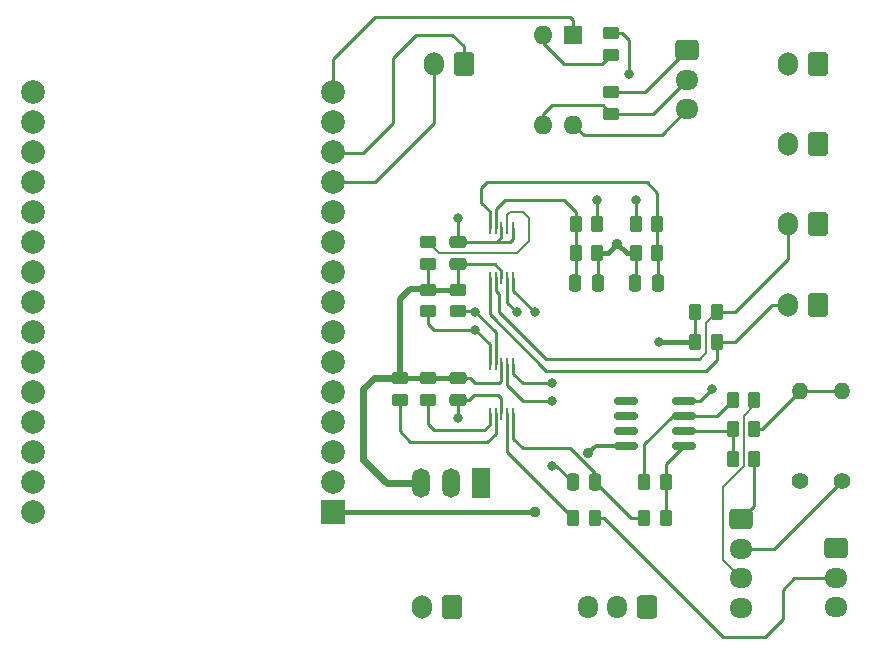
<source format=gbr>
%TF.GenerationSoftware,KiCad,Pcbnew,7.0.8*%
%TF.CreationDate,2024-02-01T15:05:35+01:00*%
%TF.ProjectId,SMD Microcontroller Schematics,534d4420-4d69-4637-926f-636f6e74726f,rev?*%
%TF.SameCoordinates,Original*%
%TF.FileFunction,Copper,L1,Top*%
%TF.FilePolarity,Positive*%
%FSLAX46Y46*%
G04 Gerber Fmt 4.6, Leading zero omitted, Abs format (unit mm)*
G04 Created by KiCad (PCBNEW 7.0.8) date 2024-02-01 15:05:35*
%MOMM*%
%LPD*%
G01*
G04 APERTURE LIST*
G04 Aperture macros list*
%AMRoundRect*
0 Rectangle with rounded corners*
0 $1 Rounding radius*
0 $2 $3 $4 $5 $6 $7 $8 $9 X,Y pos of 4 corners*
0 Add a 4 corners polygon primitive as box body*
4,1,4,$2,$3,$4,$5,$6,$7,$8,$9,$2,$3,0*
0 Add four circle primitives for the rounded corners*
1,1,$1+$1,$2,$3*
1,1,$1+$1,$4,$5*
1,1,$1+$1,$6,$7*
1,1,$1+$1,$8,$9*
0 Add four rect primitives between the rounded corners*
20,1,$1+$1,$2,$3,$4,$5,0*
20,1,$1+$1,$4,$5,$6,$7,0*
20,1,$1+$1,$6,$7,$8,$9,0*
20,1,$1+$1,$8,$9,$2,$3,0*%
G04 Aperture macros list end*
%TA.AperFunction,ComponentPad*%
%ADD10RoundRect,0.250000X0.600000X0.750000X-0.600000X0.750000X-0.600000X-0.750000X0.600000X-0.750000X0*%
%TD*%
%TA.AperFunction,ComponentPad*%
%ADD11O,1.700000X2.000000*%
%TD*%
%TA.AperFunction,SMDPad,CuDef*%
%ADD12RoundRect,0.150000X0.825000X0.150000X-0.825000X0.150000X-0.825000X-0.150000X0.825000X-0.150000X0*%
%TD*%
%TA.AperFunction,ComponentPad*%
%ADD13RoundRect,0.250000X-0.725000X0.600000X-0.725000X-0.600000X0.725000X-0.600000X0.725000X0.600000X0*%
%TD*%
%TA.AperFunction,ComponentPad*%
%ADD14O,1.950000X1.700000*%
%TD*%
%TA.AperFunction,SMDPad,CuDef*%
%ADD15RoundRect,0.250000X-0.450000X0.262500X-0.450000X-0.262500X0.450000X-0.262500X0.450000X0.262500X0*%
%TD*%
%TA.AperFunction,ComponentPad*%
%ADD16R,2.000000X2.000000*%
%TD*%
%TA.AperFunction,ComponentPad*%
%ADD17C,2.000000*%
%TD*%
%TA.AperFunction,SMDPad,CuDef*%
%ADD18RoundRect,0.250000X0.250000X0.475000X-0.250000X0.475000X-0.250000X-0.475000X0.250000X-0.475000X0*%
%TD*%
%TA.AperFunction,SMDPad,CuDef*%
%ADD19R,0.250000X1.100000*%
%TD*%
%TA.AperFunction,SMDPad,CuDef*%
%ADD20RoundRect,0.250000X0.475000X-0.250000X0.475000X0.250000X-0.475000X0.250000X-0.475000X-0.250000X0*%
%TD*%
%TA.AperFunction,SMDPad,CuDef*%
%ADD21RoundRect,0.250000X-0.262500X-0.450000X0.262500X-0.450000X0.262500X0.450000X-0.262500X0.450000X0*%
%TD*%
%TA.AperFunction,SMDPad,CuDef*%
%ADD22RoundRect,0.250000X0.262500X0.450000X-0.262500X0.450000X-0.262500X-0.450000X0.262500X-0.450000X0*%
%TD*%
%TA.AperFunction,SMDPad,CuDef*%
%ADD23RoundRect,0.250000X-0.475000X0.250000X-0.475000X-0.250000X0.475000X-0.250000X0.475000X0.250000X0*%
%TD*%
%TA.AperFunction,ComponentPad*%
%ADD24R,1.500000X2.500000*%
%TD*%
%TA.AperFunction,ComponentPad*%
%ADD25O,1.500000X2.500000*%
%TD*%
%TA.AperFunction,ComponentPad*%
%ADD26C,1.400000*%
%TD*%
%TA.AperFunction,ComponentPad*%
%ADD27O,1.400000X1.400000*%
%TD*%
%TA.AperFunction,SMDPad,CuDef*%
%ADD28RoundRect,0.250000X0.450000X-0.262500X0.450000X0.262500X-0.450000X0.262500X-0.450000X-0.262500X0*%
%TD*%
%TA.AperFunction,SMDPad,CuDef*%
%ADD29RoundRect,0.250000X-0.250000X-0.475000X0.250000X-0.475000X0.250000X0.475000X-0.250000X0.475000X0*%
%TD*%
%TA.AperFunction,ComponentPad*%
%ADD30RoundRect,0.250000X0.600000X0.725000X-0.600000X0.725000X-0.600000X-0.725000X0.600000X-0.725000X0*%
%TD*%
%TA.AperFunction,ComponentPad*%
%ADD31O,1.700000X1.950000*%
%TD*%
%TA.AperFunction,ComponentPad*%
%ADD32R,1.600000X1.600000*%
%TD*%
%TA.AperFunction,ComponentPad*%
%ADD33O,1.600000X1.600000*%
%TD*%
%TA.AperFunction,ViaPad*%
%ADD34C,0.800000*%
%TD*%
%TA.AperFunction,ViaPad*%
%ADD35C,0.900000*%
%TD*%
%TA.AperFunction,ViaPad*%
%ADD36C,0.950000*%
%TD*%
%TA.AperFunction,Conductor*%
%ADD37C,0.250000*%
%TD*%
%TA.AperFunction,Conductor*%
%ADD38C,0.400000*%
%TD*%
%TA.AperFunction,Conductor*%
%ADD39C,0.200000*%
%TD*%
%TA.AperFunction,Conductor*%
%ADD40C,0.300000*%
%TD*%
%TA.AperFunction,Conductor*%
%ADD41C,0.500000*%
%TD*%
%TA.AperFunction,Conductor*%
%ADD42C,0.210000*%
%TD*%
%TA.AperFunction,Conductor*%
%ADD43C,0.600000*%
%TD*%
G04 APERTURE END LIST*
D10*
%TO.P,J2,1,Pin_1*%
%TO.N,Net-(ESP1-TX0)*%
X73000000Y-35000000D03*
D11*
%TO.P,J2,2,Pin_2*%
%TO.N,Net-(ESP1-RX0)*%
X70500000Y-35000000D03*
%TD*%
D12*
%TO.P,U2,1*%
%TO.N,Net-(R10-Pad1)*%
X91675000Y-67305000D03*
%TO.P,U2,2,-*%
%TO.N,Net-(U2A--)*%
X91675000Y-66035000D03*
%TO.P,U2,3,+*%
%TO.N,Net-(U2A-+)*%
X91675000Y-64765000D03*
%TO.P,U2,4,V-*%
%TO.N,GND*%
X91675000Y-63495000D03*
%TO.P,U2,5*%
%TO.N,N/C*%
X86725000Y-63495000D03*
%TO.P,U2,6*%
X86725000Y-64765000D03*
%TO.P,U2,7*%
X86725000Y-66035000D03*
%TO.P,U2,8,V+*%
%TO.N,5V*%
X86725000Y-67305000D03*
%TD*%
D13*
%TO.P,J10,1,Pin_1*%
%TO.N,GND*%
X104500000Y-76000000D03*
D14*
%TO.P,J10,2,Pin_2*%
%TO.N,Net-(J10-Pin_2)*%
X104500000Y-78500000D03*
%TO.P,J10,3,Pin_3*%
%TO.N,5V*%
X104500000Y-81000000D03*
%TD*%
D15*
%TO.P,R18,1*%
%TO.N,5V*%
X70000000Y-54087500D03*
%TO.P,R18,2*%
%TO.N,SCL*%
X70000000Y-55912500D03*
%TD*%
D10*
%TO.P,J5,1,Pin_1*%
%TO.N,GND*%
X103000000Y-41775000D03*
D11*
%TO.P,J5,2,Pin_2*%
%TO.N,Net-(J5-Pin_2)*%
X100500000Y-41775000D03*
%TD*%
D16*
%TO.P,ESP1,1,3V3*%
%TO.N,3.3V*%
X61900000Y-72915000D03*
D17*
%TO.P,ESP1,2,GND*%
%TO.N,GND*%
X61900000Y-70375000D03*
%TO.P,ESP1,3,D15*%
%TO.N,Net-(ESP1-D15)*%
X61900000Y-67835000D03*
%TO.P,ESP1,4,D2*%
%TO.N,Net-(ESP1-D2)*%
X61900000Y-65295000D03*
%TO.P,ESP1,5,D4*%
%TO.N,Net-(ESP1-D4)*%
X61900000Y-62755000D03*
%TO.P,ESP1,6,RX2*%
%TO.N,unconnected-(ESP1-RX2-Pad6)*%
X61900000Y-60215000D03*
%TO.P,ESP1,7,TX2*%
%TO.N,unconnected-(ESP1-TX2-Pad7)*%
X61900000Y-57675000D03*
%TO.P,ESP1,8,D5*%
%TO.N,Net-(ESP1-D5)*%
X61900000Y-55135000D03*
%TO.P,ESP1,9,D18*%
%TO.N,Net-(ESP1-D18)*%
X61900000Y-52595000D03*
%TO.P,ESP1,10,D19*%
%TO.N,GP19*%
X61900000Y-50055000D03*
%TO.P,ESP1,11,D21*%
%TO.N,SDA*%
X61900000Y-47515000D03*
%TO.P,ESP1,12,RX0*%
%TO.N,Net-(ESP1-RX0)*%
X61900000Y-44975000D03*
%TO.P,ESP1,13,TX0*%
%TO.N,Net-(ESP1-TX0)*%
X61900000Y-42435000D03*
%TO.P,ESP1,14,D22*%
%TO.N,SCL*%
X61900000Y-39895000D03*
%TO.P,ESP1,15,D23*%
%TO.N,GPIO 27 - PWM*%
X61900000Y-37355000D03*
%TO.P,ESP1,16,EN*%
%TO.N,unconnected-(ESP1-EN-Pad16)*%
X36500000Y-37355000D03*
%TO.P,ESP1,17,VP*%
%TO.N,unconnected-(ESP1-VP-Pad17)*%
X36500000Y-39895000D03*
%TO.P,ESP1,18,VN*%
%TO.N,unconnected-(ESP1-VN-Pad18)*%
X36500000Y-42435000D03*
%TO.P,ESP1,19,D34*%
%TO.N,/D34*%
X36500000Y-44975000D03*
%TO.P,ESP1,20,D35*%
%TO.N,/D35*%
X36500000Y-47515000D03*
%TO.P,ESP1,21,D32*%
%TO.N,/D32*%
X36500000Y-50055000D03*
%TO.P,ESP1,22,D33*%
%TO.N,/D33*%
X36500000Y-52595000D03*
%TO.P,ESP1,23,D25*%
%TO.N,/D25*%
X36500000Y-55135000D03*
%TO.P,ESP1,24,D26*%
%TO.N,/D26*%
X36500000Y-57675000D03*
%TO.P,ESP1,25,D27*%
%TO.N,/D27*%
X36500000Y-60215000D03*
%TO.P,ESP1,26,D14*%
%TO.N,Net-(ESP1-D14)*%
X36500000Y-62755000D03*
%TO.P,ESP1,27,D12*%
%TO.N,Net-(ESP1-D12)*%
X36500000Y-65295000D03*
%TO.P,ESP1,28,D13*%
%TO.N,Net-(ESP1-D13)*%
X36500000Y-67835000D03*
%TO.P,ESP1,29,GND*%
%TO.N,GND*%
X36500000Y-70375000D03*
%TO.P,ESP1,30,VIN*%
%TO.N,9V*%
X36500000Y-72915000D03*
%TD*%
D18*
%TO.P,C2,1*%
%TO.N,Reduced TotalV*%
X89450000Y-53500000D03*
%TO.P,C2,2*%
%TO.N,GND*%
X87550000Y-53500000D03*
%TD*%
D19*
%TO.P,U5,1,ADDR*%
%TO.N,Net-(U5-ADDR)*%
X75200000Y-64650000D03*
%TO.P,U5,2,ALERT/RDY*%
%TO.N,Net-(U5-ALERT{slash}RDY)*%
X75700000Y-64650000D03*
%TO.P,U5,3,GND*%
%TO.N,GND*%
X76200000Y-64650000D03*
%TO.P,U5,4,AIN0*%
%TO.N,Net-(U5-AIN0)*%
X76700000Y-64650000D03*
%TO.P,U5,5,AIN1*%
%TO.N,Current*%
X77200000Y-64650000D03*
%TO.P,U5,6,AIN2*%
%TO.N,GND*%
X77200000Y-60350000D03*
%TO.P,U5,7,AIN3*%
X76700000Y-60350000D03*
%TO.P,U5,8,VDD*%
%TO.N,5V*%
X76200000Y-60350000D03*
%TO.P,U5,9,SDA*%
%TO.N,SDA*%
X75700000Y-60350000D03*
%TO.P,U5,10,SCL*%
%TO.N,SCL*%
X75200000Y-60350000D03*
%TD*%
D20*
%TO.P,C4,1*%
%TO.N,5V*%
X72500000Y-51950000D03*
%TO.P,C4,2*%
%TO.N,GND*%
X72500000Y-50050000D03*
%TD*%
D21*
%TO.P,R8,1*%
%TO.N,Net-(U2A--)*%
X95787500Y-65900000D03*
%TO.P,R8,2*%
%TO.N,Net-(R20-Pad2)*%
X97612500Y-65900000D03*
%TD*%
D10*
%TO.P,J4,1,Pin_1*%
%TO.N,GND*%
X103000000Y-35000000D03*
D11*
%TO.P,J4,2,Pin_2*%
%TO.N,Net-(J4-Pin_2)*%
X100500000Y-35000000D03*
%TD*%
D21*
%TO.P,R11,1*%
%TO.N,Current*%
X88287500Y-73400000D03*
%TO.P,R11,2*%
%TO.N,Net-(R10-Pad1)*%
X90112500Y-73400000D03*
%TD*%
%TO.P,R3,1*%
%TO.N,Net-(J5-Pin_2)*%
X87587500Y-48500000D03*
%TO.P,R3,2*%
%TO.N,Reduced TotalV*%
X89412500Y-48500000D03*
%TD*%
D22*
%TO.P,R1,1*%
%TO.N,Net-(J4-Pin_2)*%
X84325000Y-48500000D03*
%TO.P,R1,2*%
%TO.N,Reduced Bat1V*%
X82500000Y-48500000D03*
%TD*%
D23*
%TO.P,C5,1*%
%TO.N,5V*%
X72500000Y-61550000D03*
%TO.P,C5,2*%
%TO.N,GND*%
X72500000Y-63450000D03*
%TD*%
D10*
%TO.P,J7,1,Pin_1*%
%TO.N,GND*%
X103000000Y-48575000D03*
D11*
%TO.P,J7,2,Pin_2*%
%TO.N,Motor Controller Temp*%
X100500000Y-48575000D03*
%TD*%
D24*
%TO.P,U1,1,Vin*%
%TO.N,9V*%
X74500000Y-70500000D03*
D25*
%TO.P,U1,2,GND*%
%TO.N,GND*%
X71960000Y-70500000D03*
%TO.P,U1,3,Vout*%
%TO.N,5V*%
X69420000Y-70500000D03*
%TD*%
D19*
%TO.P,U4,1,ADDR*%
%TO.N,GND*%
X77200000Y-48850000D03*
%TO.P,U4,2,ALERT/RDY*%
%TO.N,Net-(U4-ALERT{slash}RDY)*%
X76700000Y-48850000D03*
%TO.P,U4,3,GND*%
%TO.N,GND*%
X76200000Y-48850000D03*
%TO.P,U4,4,AIN0*%
%TO.N,Reduced Bat1V*%
X75700000Y-48850000D03*
%TO.P,U4,5,AIN1*%
%TO.N,Reduced TotalV*%
X75200000Y-48850000D03*
%TO.P,U4,6,AIN2*%
%TO.N,Motor Temp*%
X75200000Y-53150000D03*
%TO.P,U4,7,AIN3*%
%TO.N,Motor Controller Temp*%
X75700000Y-53150000D03*
%TO.P,U4,8,VDD*%
%TO.N,5V*%
X76200000Y-53150000D03*
%TO.P,U4,9,SDA*%
%TO.N,SDA*%
X76700000Y-53150000D03*
%TO.P,U4,10,SCL*%
%TO.N,SCL*%
X77200000Y-53150000D03*
%TD*%
D21*
%TO.P,R9,1*%
%TO.N,Net-(U2A--)*%
X95787500Y-68400000D03*
%TO.P,R9,2*%
%TO.N,GND*%
X97612500Y-68400000D03*
%TD*%
D15*
%TO.P,R19,1*%
%TO.N,5V*%
X72500000Y-54087500D03*
%TO.P,R19,2*%
%TO.N,SDA*%
X72500000Y-55912500D03*
%TD*%
D26*
%TO.P,R20,1*%
%TO.N,Net-(J8-Pin_2)*%
X105000000Y-70310000D03*
D27*
%TO.P,R20,2*%
%TO.N,Net-(R20-Pad2)*%
X105000000Y-62690000D03*
%TD*%
D21*
%TO.P,R6,1*%
%TO.N,3.3V*%
X92587500Y-56000000D03*
%TO.P,R6,2*%
%TO.N,Motor Controller Temp*%
X94412500Y-56000000D03*
%TD*%
D13*
%TO.P,J9,1,Pin_1*%
%TO.N,/MotorGND*%
X91950000Y-33825000D03*
D14*
%TO.P,J9,2,Pin_2*%
%TO.N,/Data*%
X91950000Y-36325000D03*
%TO.P,J9,3,Pin_3*%
%TO.N,/Motor5V*%
X91950000Y-38825000D03*
%TD*%
D15*
%TO.P,R17,1*%
%TO.N,5V*%
X70000000Y-61587500D03*
%TO.P,R17,2*%
%TO.N,Net-(U5-ADDR)*%
X70000000Y-63412500D03*
%TD*%
D28*
%TO.P,R16,1*%
%TO.N,5V*%
X70000000Y-51912500D03*
%TO.P,R16,2*%
%TO.N,Net-(U4-ALERT{slash}RDY)*%
X70000000Y-50087500D03*
%TD*%
D26*
%TO.P,R21,1*%
%TO.N,GND*%
X101500000Y-70310000D03*
D27*
%TO.P,R21,2*%
%TO.N,Net-(R20-Pad2)*%
X101500000Y-62690000D03*
%TD*%
D29*
%TO.P,C1,1*%
%TO.N,Reduced Bat1V*%
X82462500Y-53500000D03*
%TO.P,C1,2*%
%TO.N,GND*%
X84362500Y-53500000D03*
%TD*%
D10*
%TO.P,J6,1,Pin_1*%
%TO.N,GND*%
X103000000Y-55375000D03*
D11*
%TO.P,J6,2,Pin_2*%
%TO.N,Motor Temp*%
X100500000Y-55375000D03*
%TD*%
D28*
%TO.P,R12,1*%
%TO.N,/Data*%
X85500000Y-39212500D03*
%TO.P,R12,2*%
%TO.N,/MotorGND*%
X85500000Y-37387500D03*
%TD*%
D13*
%TO.P,J8,1,Pin_1*%
%TO.N,GND*%
X96500000Y-73525000D03*
D14*
%TO.P,J8,2,Pin_2*%
%TO.N,Net-(J8-Pin_2)*%
X96500000Y-76025000D03*
%TO.P,J8,3,Pin_3*%
%TO.N,Net-(J8-Pin_3)*%
X96500000Y-78525000D03*
%TO.P,J8,4,Pin_4*%
%TO.N,5V*%
X96500000Y-81025000D03*
%TD*%
D15*
%TO.P,R15,1*%
%TO.N,5V*%
X67600000Y-61587500D03*
%TO.P,R15,2*%
%TO.N,Net-(U5-ALERT{slash}RDY)*%
X67600000Y-63412500D03*
%TD*%
D10*
%TO.P,J1,1,Pin_1*%
%TO.N,GND*%
X72000000Y-81000000D03*
D11*
%TO.P,J1,2,Pin_2*%
%TO.N,9V*%
X69500000Y-81000000D03*
%TD*%
D21*
%TO.P,R5,1*%
%TO.N,3.3V*%
X92587500Y-58500000D03*
%TO.P,R5,2*%
%TO.N,Motor Temp*%
X94412500Y-58500000D03*
%TD*%
D18*
%TO.P,C3,1*%
%TO.N,Current*%
X84150000Y-70400000D03*
%TO.P,C3,2*%
%TO.N,GND*%
X82250000Y-70400000D03*
%TD*%
D22*
%TO.P,R14,1*%
%TO.N,Net-(J10-Pin_2)*%
X84112500Y-73400000D03*
%TO.P,R14,2*%
%TO.N,Net-(U5-AIN0)*%
X82287500Y-73400000D03*
%TD*%
D21*
%TO.P,R2,1*%
%TO.N,Reduced Bat1V*%
X82500000Y-51000000D03*
%TO.P,R2,2*%
%TO.N,GND*%
X84325000Y-51000000D03*
%TD*%
D30*
%TO.P,J3,1,Pin_1*%
%TO.N,GND*%
X88500000Y-81000000D03*
D31*
%TO.P,J3,2,Pin_2*%
%TO.N,GP19*%
X86000000Y-81000000D03*
%TO.P,J3,3,Pin_3*%
%TO.N,3.3V*%
X83500000Y-81000000D03*
%TD*%
D22*
%TO.P,R10,1*%
%TO.N,Net-(R10-Pad1)*%
X90112500Y-70400000D03*
%TO.P,R10,2*%
%TO.N,Net-(U2A-+)*%
X88287500Y-70400000D03*
%TD*%
D15*
%TO.P,R13,1*%
%TO.N,GND*%
X85500000Y-32387500D03*
%TO.P,R13,2*%
%TO.N,Net-(R13-Pad2)*%
X85500000Y-34212500D03*
%TD*%
D21*
%TO.P,R7,1*%
%TO.N,Net-(U2A-+)*%
X95787500Y-63400000D03*
%TO.P,R7,2*%
%TO.N,Net-(J8-Pin_3)*%
X97612500Y-63400000D03*
%TD*%
D32*
%TO.P,U3,1*%
%TO.N,GPIO 27 - PWM*%
X82275000Y-32500000D03*
D33*
%TO.P,U3,2*%
%TO.N,Net-(R13-Pad2)*%
X79735000Y-32500000D03*
%TO.P,U3,3*%
%TO.N,/Data*%
X79735000Y-40120000D03*
%TO.P,U3,4*%
%TO.N,/Motor5V*%
X82275000Y-40120000D03*
%TD*%
D22*
%TO.P,R4,1*%
%TO.N,Reduced TotalV*%
X89412500Y-51000000D03*
%TO.P,R4,2*%
%TO.N,GND*%
X87587500Y-51000000D03*
%TD*%
D34*
%TO.N,GND*%
X87000000Y-35812751D03*
X72500000Y-65000000D03*
X80500000Y-69000000D03*
X72500000Y-48000000D03*
X94000000Y-62500000D03*
X80500000Y-63500000D03*
X80500000Y-62000000D03*
D35*
X86000000Y-50200000D03*
D34*
%TO.N,3.3V*%
X89500000Y-58500000D03*
D36*
X79000000Y-72915000D03*
D35*
%TO.N,5V*%
X83547655Y-67952345D03*
D34*
%TO.N,SCL*%
X79000000Y-56000000D03*
X74000000Y-57500000D03*
%TO.N,SDA*%
X77500000Y-56000000D03*
X74000000Y-56000000D03*
%TO.N,Net-(J4-Pin_2)*%
X84325000Y-46500000D03*
%TO.N,Net-(J5-Pin_2)*%
X87587500Y-46500000D03*
%TD*%
D37*
%TO.N,Reduced Bat1V*%
X82500000Y-53462500D02*
X82462500Y-53500000D01*
X81500000Y-46500000D02*
X76500000Y-46500000D01*
X82500000Y-47500000D02*
X81500000Y-46500000D01*
X82500000Y-51000000D02*
X82500000Y-53462500D01*
X76500000Y-46500000D02*
X75700000Y-47300000D01*
X82500000Y-48500000D02*
X82500000Y-47500000D01*
X75700000Y-47300000D02*
X75700000Y-48850000D01*
X82500000Y-48500000D02*
X82500000Y-51000000D01*
%TO.N,GND*%
X72200000Y-63450000D02*
X73450000Y-63450000D01*
X91675000Y-63495000D02*
X93005000Y-63495000D01*
D38*
X85200000Y-51000000D02*
X86000000Y-50200000D01*
D37*
X87000000Y-33000000D02*
X86387500Y-32387500D01*
X78000000Y-63500000D02*
X80500000Y-63500000D01*
X72200000Y-63450000D02*
X72250000Y-63500000D01*
X97612500Y-72412500D02*
X96500000Y-73525000D01*
X87587500Y-51000000D02*
X87587500Y-53462500D01*
X84362500Y-53500000D02*
X84362500Y-51037500D01*
X93005000Y-63495000D02*
X94000000Y-62500000D01*
X72500000Y-63450000D02*
X72500000Y-65000000D01*
X77200000Y-48850000D02*
X77200000Y-49800000D01*
X76700000Y-60350000D02*
X76700000Y-62200000D01*
X75892310Y-63000000D02*
X76200000Y-63307690D01*
X77200000Y-49800000D02*
X76950000Y-50050000D01*
D38*
X86800000Y-51000000D02*
X87587500Y-51000000D01*
D37*
X77200000Y-61200000D02*
X77200000Y-60350000D01*
X75792310Y-50050000D02*
X76200000Y-49642310D01*
X72500000Y-50050000D02*
X75634620Y-50050000D01*
X75634620Y-50050000D02*
X75792310Y-50050000D01*
X76200000Y-48750000D02*
X76200000Y-49384620D01*
X76200000Y-63307690D02*
X76200000Y-64550000D01*
D38*
X84325000Y-51000000D02*
X85200000Y-51000000D01*
D37*
X76950000Y-50050000D02*
X75634620Y-50050000D01*
X97612500Y-68400000D02*
X97612500Y-72412500D01*
X76200000Y-49642310D02*
X76200000Y-48850000D01*
X73900000Y-63000000D02*
X75892310Y-63000000D01*
X86387500Y-32387500D02*
X85500000Y-32387500D01*
X84362500Y-51037500D02*
X84325000Y-51000000D01*
X73450000Y-63450000D02*
X73900000Y-63000000D01*
X80850000Y-69000000D02*
X80500000Y-69000000D01*
X87587500Y-53462500D02*
X87550000Y-53500000D01*
X80500000Y-62000000D02*
X78000000Y-62000000D01*
X76700000Y-62200000D02*
X78000000Y-63500000D01*
D38*
X86000000Y-50200000D02*
X86800000Y-51000000D01*
D37*
X78000000Y-62000000D02*
X77200000Y-61200000D01*
X72500000Y-50050000D02*
X72500000Y-48000000D01*
X82250000Y-70400000D02*
X80850000Y-69000000D01*
X87000000Y-35812751D02*
X87000000Y-33000000D01*
%TO.N,Current*%
X87150000Y-73400000D02*
X88287500Y-73400000D01*
X84150000Y-69650000D02*
X82000000Y-67500000D01*
X84150000Y-70400000D02*
X84150000Y-69650000D01*
X78000000Y-67500000D02*
X77200000Y-66700000D01*
X87150000Y-73400000D02*
X84150000Y-70400000D01*
X82000000Y-67500000D02*
X78000000Y-67500000D01*
X77200000Y-66700000D02*
X77200000Y-64550000D01*
%TO.N,Reduced TotalV*%
X88500000Y-45000000D02*
X89412500Y-45912500D01*
X89412500Y-45912500D02*
X89412500Y-48500000D01*
X89450000Y-53500000D02*
X89450000Y-51037500D01*
X75200000Y-48850000D02*
X75200000Y-47450000D01*
X89450000Y-51037500D02*
X89412500Y-51000000D01*
X74500000Y-46750000D02*
X74500000Y-45500000D01*
X75000000Y-45000000D02*
X88500000Y-45000000D01*
X74500000Y-45500000D02*
X75000000Y-45000000D01*
X75200000Y-47450000D02*
X74500000Y-46750000D01*
X89412500Y-51000000D02*
X89412500Y-48500000D01*
%TO.N,3.3V*%
X92587500Y-58500000D02*
X92587500Y-56000000D01*
D38*
X79000000Y-72915000D02*
X61900000Y-72915000D01*
X92587500Y-58500000D02*
X89500000Y-58500000D01*
D37*
%TO.N,Motor Temp*%
X80000000Y-61000000D02*
X75200000Y-56200000D01*
X100500000Y-55375000D02*
X99125000Y-55375000D01*
X94412500Y-60087500D02*
X93500000Y-61000000D01*
X99125000Y-55375000D02*
X96000000Y-58500000D01*
X93500000Y-61000000D02*
X80000000Y-61000000D01*
X94412500Y-58500000D02*
X94412500Y-60087500D01*
X75200000Y-56200000D02*
X75200000Y-53050000D01*
X96000000Y-58500000D02*
X94412500Y-58500000D01*
%TO.N,Motor Controller Temp*%
X75957690Y-55957690D02*
X75957690Y-54500000D01*
D39*
X94412500Y-56000000D02*
X93500000Y-56912500D01*
D37*
X80000000Y-60000000D02*
X75957690Y-55957690D01*
X93000000Y-60000000D02*
X80000000Y-60000000D01*
D39*
X93500000Y-56912500D02*
X93500000Y-59500000D01*
D37*
X94412500Y-56000000D02*
X96000000Y-56000000D01*
X75700000Y-54242310D02*
X75700000Y-53050000D01*
X75957690Y-54500000D02*
X75700000Y-54242310D01*
X100500000Y-51500000D02*
X100500000Y-48575000D01*
D39*
X93500000Y-59500000D02*
X93000000Y-60000000D01*
D37*
X96000000Y-56000000D02*
X100500000Y-51500000D01*
%TO.N,/Data*%
X89062500Y-39212500D02*
X91950000Y-36325000D01*
X79735000Y-39265000D02*
X80500000Y-38500000D01*
X80500000Y-38500000D02*
X84787500Y-38500000D01*
X79735000Y-40120000D02*
X79735000Y-39265000D01*
X84787500Y-38500000D02*
X85500000Y-39212500D01*
X85500000Y-39212500D02*
X89062500Y-39212500D01*
D40*
%TO.N,5V*%
X86725000Y-67305000D02*
X84195000Y-67305000D01*
D37*
X70000000Y-53000000D02*
X70000000Y-51912500D01*
X70000000Y-54087500D02*
X70000000Y-53000000D01*
X76200000Y-61800000D02*
X76200000Y-60250000D01*
D38*
X70000000Y-54087500D02*
X72500000Y-54087500D01*
D37*
X74000000Y-62000000D02*
X76000000Y-62000000D01*
D38*
X72200000Y-61550000D02*
X70037500Y-61550000D01*
D41*
X70000000Y-54087500D02*
X69912500Y-54000000D01*
D37*
X72500000Y-51950000D02*
X75634620Y-51950000D01*
D41*
X67600000Y-54900000D02*
X67600000Y-61587500D01*
X69912500Y-54000000D02*
X68500000Y-54000000D01*
D42*
X96708130Y-80908130D02*
X96775000Y-80975000D01*
D43*
X65412500Y-61587500D02*
X67600000Y-61587500D01*
D37*
X72500000Y-51950000D02*
X72500000Y-54087500D01*
D40*
X84195000Y-67305000D02*
X83547655Y-67952345D01*
D37*
X76000000Y-62000000D02*
X76200000Y-61800000D01*
X75634620Y-51950000D02*
X76200000Y-52515380D01*
D43*
X69420000Y-70500000D02*
X66500000Y-70500000D01*
D37*
X96775000Y-80975000D02*
X97200000Y-81400000D01*
D43*
X66500000Y-70500000D02*
X64500000Y-68500000D01*
X64500000Y-68500000D02*
X64500000Y-62500000D01*
D37*
X73550000Y-61550000D02*
X74000000Y-62000000D01*
D38*
X67600000Y-61587500D02*
X70000000Y-61587500D01*
D37*
X72462500Y-51912500D02*
X72500000Y-51950000D01*
X70037500Y-61550000D02*
X70000000Y-61587500D01*
D41*
X68500000Y-54000000D02*
X67600000Y-54900000D01*
D37*
X86725000Y-67305000D02*
X85805000Y-67305000D01*
X76200000Y-52515380D02*
X76200000Y-53150000D01*
D43*
X64500000Y-62500000D02*
X65412500Y-61587500D01*
D37*
X72200000Y-61550000D02*
X73550000Y-61550000D01*
%TO.N,Net-(ESP1-RX0)*%
X65525000Y-44975000D02*
X61900000Y-44975000D01*
X70500000Y-40000000D02*
X65525000Y-44975000D01*
X70500000Y-35000000D02*
X70500000Y-40000000D01*
%TO.N,Net-(ESP1-TX0)*%
X72000000Y-32500000D02*
X73000000Y-33500000D01*
X67000000Y-34500000D02*
X69000000Y-32500000D01*
X64500000Y-42500000D02*
X67000000Y-40000000D01*
X69000000Y-32500000D02*
X72000000Y-32500000D01*
X67000000Y-40000000D02*
X67000000Y-34500000D01*
X61965000Y-42500000D02*
X64500000Y-42500000D01*
X73000000Y-33500000D02*
X73000000Y-35000000D01*
X61900000Y-42435000D02*
X61965000Y-42500000D01*
%TO.N,SCL*%
X74000000Y-57500000D02*
X75200000Y-58700000D01*
X77200000Y-54200000D02*
X77200000Y-53150000D01*
X70000000Y-57000000D02*
X70500000Y-57500000D01*
X79000000Y-56000000D02*
X77200000Y-54200000D01*
X75200000Y-58700000D02*
X75200000Y-60350000D01*
X70000000Y-55912500D02*
X70000000Y-57000000D01*
X70500000Y-57500000D02*
X74000000Y-57500000D01*
%TO.N,Net-(U2A-+)*%
X90700000Y-64765000D02*
X91675000Y-64765000D01*
X88287500Y-70400000D02*
X88287500Y-67177500D01*
X88287500Y-67177500D02*
X90700000Y-64765000D01*
X94422500Y-64765000D02*
X95787500Y-63400000D01*
X91675000Y-64765000D02*
X94422500Y-64765000D01*
%TO.N,Net-(U2A--)*%
X95652500Y-66035000D02*
X95787500Y-65900000D01*
X95787500Y-68400000D02*
X95787500Y-65900000D01*
X91675000Y-66035000D02*
X95652500Y-66035000D01*
%TO.N,SDA*%
X76700000Y-53150000D02*
X76700000Y-55200000D01*
X74000000Y-56000000D02*
X75700000Y-57700000D01*
X76700000Y-55200000D02*
X77500000Y-56000000D01*
X72500000Y-55912500D02*
X73912500Y-55912500D01*
X73912500Y-55912500D02*
X74000000Y-56000000D01*
X75700000Y-57700000D02*
X75700000Y-60350000D01*
D39*
%TO.N,Net-(U4-ALERT{slash}RDY)*%
X77500000Y-51000000D02*
X78500000Y-50000000D01*
X70912500Y-51000000D02*
X77500000Y-51000000D01*
X70000000Y-50087500D02*
X70912500Y-51000000D01*
X76957690Y-47500000D02*
X76700000Y-47757690D01*
X76700000Y-47757690D02*
X76700000Y-48850000D01*
X78000000Y-47500000D02*
X76957690Y-47500000D01*
X78500000Y-48000000D02*
X78000000Y-47500000D01*
X78500000Y-50000000D02*
X78500000Y-48000000D01*
D37*
%TO.N,GPIO 27 - PWM*%
X82000000Y-31000000D02*
X82275000Y-31275000D01*
X82275000Y-31275000D02*
X82275000Y-32500000D01*
X61900000Y-34600000D02*
X65500000Y-31000000D01*
X61900000Y-37355000D02*
X61900000Y-34600000D01*
X65500000Y-31000000D02*
X82000000Y-31000000D01*
%TO.N,/MotorGND*%
X88387500Y-37387500D02*
X91950000Y-33825000D01*
X85500000Y-37387500D02*
X88387500Y-37387500D01*
%TO.N,/Motor5V*%
X89775000Y-41000000D02*
X91950000Y-38825000D01*
X82275000Y-40120000D02*
X83155000Y-41000000D01*
X83155000Y-41000000D02*
X89775000Y-41000000D01*
%TO.N,Net-(J8-Pin_2)*%
X99285000Y-76025000D02*
X105000000Y-70310000D01*
X96500000Y-76025000D02*
X99285000Y-76025000D01*
D39*
%TO.N,Net-(J8-Pin_3)*%
X96708130Y-69005044D02*
X96708130Y-64791870D01*
X97612500Y-63400000D02*
X97612500Y-63887500D01*
X94950000Y-70763174D02*
X96708130Y-69005044D01*
X96500000Y-78525000D02*
X94950000Y-76975000D01*
X97612500Y-63887500D02*
X96708130Y-64791870D01*
X94950000Y-76975000D02*
X94950000Y-70763174D01*
D37*
%TO.N,Net-(J10-Pin_2)*%
X101000000Y-78500000D02*
X100000000Y-79500000D01*
X95000000Y-83500000D02*
X84900000Y-73400000D01*
X100000000Y-79500000D02*
X100000000Y-82000000D01*
X98500000Y-83500000D02*
X95000000Y-83500000D01*
X104500000Y-78500000D02*
X101000000Y-78500000D01*
X84900000Y-73400000D02*
X84112500Y-73400000D01*
X100000000Y-82000000D02*
X98500000Y-83500000D01*
%TO.N,Net-(R20-Pad2)*%
X98290000Y-65900000D02*
X101500000Y-62690000D01*
X97612500Y-65900000D02*
X98290000Y-65900000D01*
X101500000Y-62690000D02*
X105000000Y-62690000D01*
%TO.N,Net-(R10-Pad1)*%
X90112500Y-68867500D02*
X91675000Y-67305000D01*
X90200000Y-70487500D02*
X90112500Y-70400000D01*
X90112500Y-70400000D02*
X90112500Y-68867500D01*
X90112500Y-73400000D02*
X90112500Y-70400000D01*
%TO.N,Net-(R13-Pad2)*%
X79735000Y-33235000D02*
X79735000Y-32500000D01*
X81500000Y-35000000D02*
X79735000Y-33235000D01*
X84712500Y-35000000D02*
X81500000Y-35000000D01*
X85500000Y-34212500D02*
X84712500Y-35000000D01*
%TO.N,Net-(U5-AIN0)*%
X76700000Y-67812500D02*
X76700000Y-64550000D01*
X82287500Y-73400000D02*
X76700000Y-67812500D01*
%TO.N,Net-(J4-Pin_2)*%
X84325000Y-46500000D02*
X84325000Y-48500000D01*
%TO.N,Net-(J5-Pin_2)*%
X87587500Y-46500000D02*
X87587500Y-48500000D01*
%TO.N,Net-(U5-ALERT{slash}RDY)*%
X75700000Y-66300000D02*
X75700000Y-64550000D01*
X67600000Y-66100000D02*
X68500000Y-67000000D01*
X68500000Y-67000000D02*
X75000000Y-67000000D01*
X67600000Y-63412500D02*
X67600000Y-66100000D01*
X75000000Y-67000000D02*
X75700000Y-66300000D01*
%TO.N,Net-(U5-ADDR)*%
X70000000Y-63412500D02*
X70000000Y-65500000D01*
X70000000Y-65500000D02*
X70500000Y-66000000D01*
X70500000Y-66000000D02*
X74750000Y-66000000D01*
X74750000Y-66000000D02*
X75200000Y-65550000D01*
X75200000Y-65550000D02*
X75200000Y-64550000D01*
%TD*%
M02*

</source>
